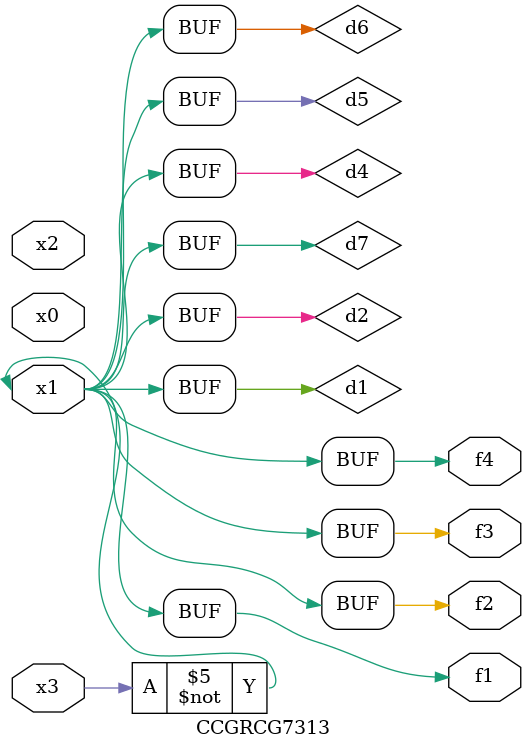
<source format=v>
module CCGRCG7313(
	input x0, x1, x2, x3,
	output f1, f2, f3, f4
);

	wire d1, d2, d3, d4, d5, d6, d7;

	not (d1, x3);
	buf (d2, x1);
	xnor (d3, d1, d2);
	nor (d4, d1);
	buf (d5, d1, d2);
	buf (d6, d4, d5);
	nand (d7, d4);
	assign f1 = d6;
	assign f2 = d7;
	assign f3 = d6;
	assign f4 = d6;
endmodule

</source>
